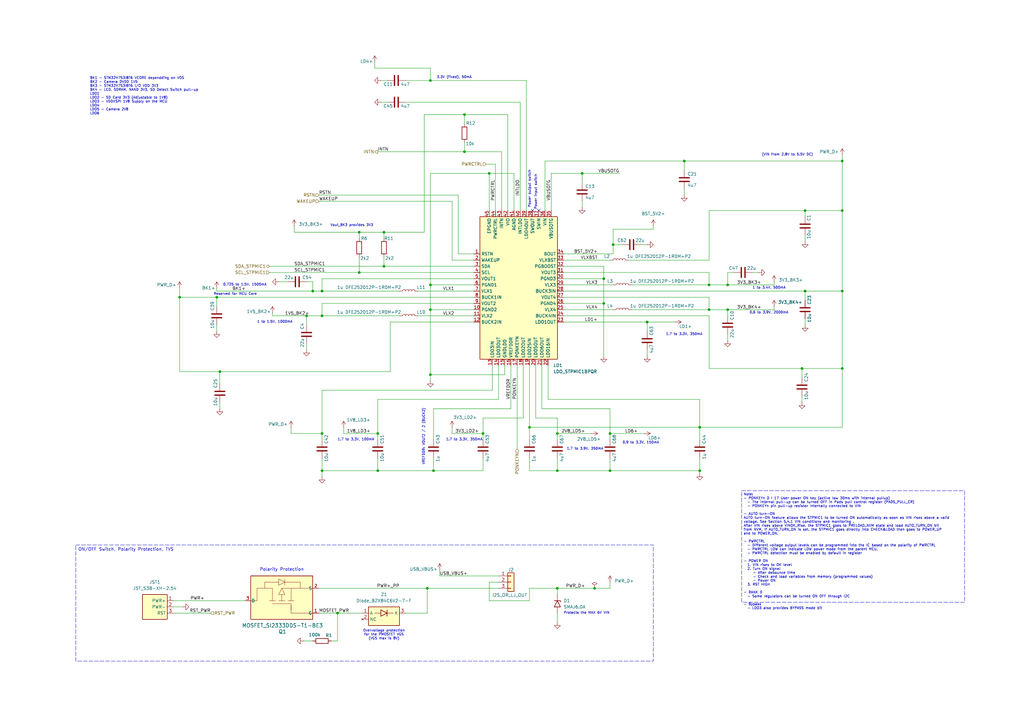
<source format=kicad_sch>
(kicad_sch (version 20231120) (generator "eeschema") (generator_version "8.0")
  (paper "A3")
  (lib_symbols
    (symbol "Connector_Generic:Conn_01x03" (pin_names (offset 1.016) hide)
      (property "Reference" "J" (at 0 5.08 0))
      (property "Value" "Conn_01x03" (at 0 -5.08 0))
      (symbol "Conn_01x03_1_1"
        (pin passive line (at -5.08 2.54 0) (length 3.81) (name "Pin_1") (number "1"))
        (pin passive line (at -5.08 0 0) (length 3.81) (name "Pin_2") (number "2"))
        (pin passive line (at -5.08 -2.54 0) (length 3.81) (name "Pin_3") (number "3"))
      )
    )
    (symbol "Device:C" (pin_numbers hide) (pin_names (offset 0.254))
      (property "Reference" "C" (at 0.635 2.54 0))
      (property "Value" "C" (at 0.635 -2.54 0))
      (symbol "C_1_1"
        (pin passive line (at 0 3.81 270) (length 2.794) (name "~") (number "1"))
        (pin passive line (at 0 -3.81 90) (length 2.794) (name "~") (number "2"))
      )
    )
    (symbol "Device:L" (pin_numbers hide) (pin_names (offset 1.016) hide)
      (property "Reference" "L" (at -1.27 0 90))
      (property "Value" "L" (at 1.905 0 90))
      (symbol "L_1_1"
        (pin passive line (at 0 3.81 270) (length 1.27) (name "1") (number "1"))
        (pin passive line (at 0 -3.81 90) (length 1.27) (name "2") (number "2"))
      )
    )
    (symbol "Device:R" (pin_numbers hide) (pin_names (offset 0))
      (property "Reference" "R" (at 2.032 0 90))
      (property "Value" "R" (at 0 0 90))
      (symbol "R_1_1"
        (pin passive line (at 0 3.81 270) (length 1.27) (name "~") (number "1"))
        (pin passive line (at 0 -3.81 90) (length 1.27) (name "~") (number "2"))
      )
    )
    (symbol "Personal_Projects:DIODE_SMAJ6.0A" (pin_numbers hide) (pin_names (offset 1.016) hide)
      (property "Reference" "D" (at 3.81 5.08 0))
      (property "Value" "SMAJ6.0A" (at 7.62 2.54 0))
      (symbol "DIODE_SMAJ6.0A_1_1"
        (pin passive line (at -3.81 0 0) (length 2.54) (name "K") (number "1"))
        (pin passive line (at 3.81 0 180) (length 2.54) (name "A") (number "2"))
      )
    )
    (symbol "Personal_Projects:Diode_BZX84C6V2-7-F"
      (property "Reference" "Z" (at 7.366 7.62 0))
      (property "Value" "Diode_BZX84C6V2-7-F" (at 0.508 5.08 0))
      (symbol "Diode_BZX84C6V2-7-F_1_1"
        (pin passive line (at 0 0 0) (length 2.54) (name "A") (number "1"))
        (pin no_connect line (at 0 -2.54 0) (length 2.54) (name "NC") (number "2"))
        (pin passive line (at 17.78 0 180) (length 2.54) (name "K") (number "3"))
      )
    )
    (symbol "Personal_Projects:JST_S3B-XH-A-1_LF_SN"
      (property "Reference" "JST" (at 12.7 7.62 0))
      (property "Value" "JST_S3B-XH-A-1_LF_SN" (at 12.7 5.08 0))
      (symbol "JST_S3B-XH-A-1_LF_SN_1_1"
        (pin passive line (at 0 0 0) (length 2.54) (name "PWR+") (number "1"))
        (pin passive line (at 0 -2.54 0) (length 2.54) (name "PWR-") (number "2"))
        (pin passive line (at 0 -5.08 0) (length 2.54) (name "RST") (number "3"))
      )
    )
    (symbol "Personal_Projects:LDO_STPMIC1BPQR"
      (property "Reference" "LD" (at 34.29 20.32 0))
      (property "Value" "LDO_STPMIC1BPQR" (at 34.29 17.78 0))
      (symbol "LDO_STPMIC1BPQR_1_1"
        (pin passive line (at 0 0 0) (length 2.54) (name "RSTN") (number "1"))
        (pin passive line (at 0 -22.86 0) (length 2.54) (name "PGND2") (number "10"))
        (pin power_out line (at 0 -25.4 0) (length 2.54) (name "VLX2") (number "11"))
        (pin power_in line (at 0 -27.94 0) (length 2.54) (name "BUCK2IN") (number "12"))
        (pin power_in line (at 7.62 -45.72 90) (length 2.54) (name "LDO3IN") (number "13"))
        (pin power_out line (at 10.16 -45.72 90) (length 2.54) (name "LDO3OUT") (number "14"))
        (pin passive line (at 12.7 -45.72 90) (length 2.54) (name "GNDLDO") (number "15"))
        (pin power_out line (at 15.24 -45.72 90) (length 2.54) (name "VREFDDR") (number "16"))
        (pin passive line (at 17.78 -45.72 90) (length 2.54) (name "PONKEYN") (number "17"))
        (pin power_out line (at 20.32 -45.72 90) (length 2.54) (name "LDO2OUT") (number "18"))
        (pin power_in line (at 22.86 -45.72 90) (length 2.54) (name "LDO25IN") (number "19"))
        (pin passive line (at 0 -2.54 0) (length 2.54) (name "WAKEUP") (number "2"))
        (pin power_out line (at 25.4 -45.72 90) (length 2.54) (name "LDO5OUT") (number "20"))
        (pin power_out line (at 27.94 -45.72 90) (length 2.54) (name "LDO6OUT") (number "21"))
        (pin power_in line (at 30.48 -45.72 90) (length 2.54) (name "LDO16IN") (number "22"))
        (pin power_out line (at 36.83 -27.94 180) (length 2.54) (name "LDO1OUT") (number "23"))
        (pin power_in line (at 36.83 -25.4 180) (length 2.54) (name "BUCK4IN") (number "24"))
        (pin power_out line (at 36.83 -22.86 180) (length 2.54) (name "VLX4") (number "25"))
        (pin passive line (at 36.83 -20.32 180) (length 2.54) (name "PGND4") (number "26"))
        (pin power_out line (at 36.83 -17.78 180) (length 2.54) (name "VOUT4") (number "27"))
        (pin power_in line (at 36.83 -15.24 180) (length 2.54) (name "BUCK3IN") (number "28"))
        (pin power_out line (at 36.83 -12.7 180) (length 2.54) (name "VLX3") (number "29"))
        (pin passive line (at 0 -5.08 0) (length 2.54) (name "SDA") (number "3"))
        (pin passive line (at 36.83 -10.16 180) (length 2.54) (name "PGND3") (number "30"))
        (pin power_out line (at 36.83 -7.62 180) (length 2.54) (name "VOUT3") (number "31"))
        (pin passive line (at 36.83 -5.08 180) (length 2.54) (name "PGBOOST") (number "32"))
        (pin passive line (at 36.83 -2.54 180) (length 2.54) (name "VLXBST") (number "33"))
        (pin power_out line (at 36.83 0 180) (length 2.54) (name "BOUT") (number "34"))
        (pin passive line (at 31.75 17.78 270) (length 2.54) (name "VBUSOTG") (number "35"))
        (pin power_in line (at 29.21 17.78 270) (length 2.54) (name "VIN") (number "36"))
        (pin passive line (at 26.67 17.78 270) (length 2.54) (name "SWIN") (number "37"))
        (pin passive line (at 24.13 17.78 270) (length 2.54) (name "SWOUT") (number "38"))
        (pin power_out line (at 21.59 17.78 270) (length 2.54) (name "LDO4OUT") (number "39"))
        (pin passive line (at 0 -7.62 0) (length 2.54) (name "SCL") (number "4"))
        (pin passive line (at 19.05 17.78 270) (length 2.54) (name "INTLDO") (number "40"))
        (pin passive line (at 16.51 17.78 270) (length 2.54) (name "AGND") (number "41"))
        (pin power_in line (at 13.97 17.78 270) (length 2.54) (name "VIO") (number "42"))
        (pin passive line (at 11.43 17.78 270) (length 2.54) (name "INTN") (number "43"))
        (pin passive line (at 8.89 17.78 270) (length 2.54) (name "PWRCTRL") (number "44"))
        (pin passive line (at 6.35 17.78 270) (length 2.54) (name "EPGND") (number "45"))
        (pin power_out line (at 0 -10.16 0) (length 2.54) (name "VOUT1") (number "5"))
        (pin passive line (at 0 -12.7 0) (length 2.54) (name "PGND1") (number "6"))
        (pin power_out line (at 0 -15.24 0) (length 2.54) (name "VLX1") (number "7"))
        (pin power_in line (at 0 -17.78 0) (length 2.54) (name "BUCK1IN") (number "8"))
        (pin power_out line (at 0 -20.32 0) (length 2.54) (name "VOUT2") (number "9"))
      )
    )
    (symbol "Personal_Projects:MOSFET_SI2333DDS-T1-BE3" (pin_names (offset 0.254))
      (property "Reference" "Q" (at 15.24 7.62 0))
      (property "Value" "MOSFET_SI2333DDS-T1-BE3" (at 15.24 5.08 0))
      (symbol "MOSFET_SI2333DDS-T1-BE3_0_1"
        (pin passive line (at 0 0 0) (length 2.54) (name "G") (number "1"))
        (pin passive line (at 0 -10.16 0) (length 2.54) (name "S") (number "2"))
        (pin passive line (at 30.48 -5.08 180) (length 2.54) (name "D") (number "3"))
      )
    )
    (symbol "power:+3.3V" (power) (pin_numbers hide) (pin_names (offset 0) hide)
      (property "Value" "+3.3V" (at 0 3.556 0))
      (symbol "+3.3V_1_1"
        (pin power_in line (at 0 0 90) (length 0) (name "~") (number "1"))
      )
    )
    (symbol "power:GND" (power) (pin_numbers hide) (pin_names (offset 0) hide)
      (property "Value" "GND" (at 0 -3.81 0))
      (symbol "GND_1_1"
        (pin power_in line (at 0 0 270) (length 0) (name "~") (number "1"))
      )
    )
    (symbol "power:PWR_FLAG" (power) (pin_numbers hide) (pin_names (offset 0) hide)
      (property "Value" "PWR_FLAG" (at 0 3.81 0))
      (symbol "PWR_FLAG_0_0"
        (pin power_out line (at 0 0 90) (length 0) (name "~") (number "1"))
      )
    )
  )
  (junction (at 287.02 175.26))
  (junction (at 290.83 116.84))
  (junction (at 128.27 119.38))
  (junction (at 154.94 177.8))
  (junction (at 190.5 62.23))
  (junction (at 132.08 119.38))
  (junction (at 157.48 109.22))
  (junction (at 287.02 193.04))
  (junction (at 250.19 177.8))
  (junction (at 243.84 241.3))
  (junction (at 345.44 119.38))
  (junction (at 228.6 241.3))
  (junction (at 298.45 127))
  (junction (at 250.19 193.04))
  (junction (at 132.08 129.54))
  (junction (at 138.43 251.46))
  (junction (at 90.17 152.4))
  (junction (at 228.6 193.04))
  (junction (at 330.2 119.38))
  (junction (at 345.44 86.36))
  (junction (at 73.66 121.92))
  (junction (at 251.46 100.33))
  (junction (at 125.73 129.54))
  (junction (at 217.17 175.26))
  (junction (at 238.76 71.12))
  (junction (at 88.9 121.92))
  (junction (at 247.65 114.3))
  (junction (at 198.12 177.8))
  (junction (at 290.83 127))
  (junction (at 147.32 95.25))
  (junction (at 298.45 116.84))
  (junction (at 176.53 127))
  (junction (at 176.53 116.84))
  (junction (at 265.43 132.08))
  (junction (at 345.44 66.04))
  (junction (at 176.53 33.02))
  (junction (at 132.08 193.04))
  (junction (at 330.2 86.36))
  (junction (at 328.93 151.13))
  (junction (at 280.67 66.04))
  (junction (at 200.66 71.12))
  (junction (at 176.53 153.67))
  (junction (at 247.65 124.46))
  (junction (at 190.5 46.99))
  (junction (at 147.32 111.76))
  (junction (at 157.48 95.25))
  (junction (at 175.26 241.3))
  (junction (at 132.08 177.8))
  (junction (at 177.8 193.04))
  (junction (at 154.94 193.04))
  (junction (at 345.44 151.13))
  (junction (at 228.6 177.8))
  (no_connect (at 218.44 86.36))
  (no_connect (at 220.98 86.36))
  (wire (pts (xy 255.27 100.33) (xy 251.46 100.33)))
  (wire (pts (xy 187.96 80.01) (xy 187.96 104.14)))
  (wire (pts (xy 231.14 127) (xy 251.46 127)))
  (wire (pts (xy 185.42 175.26) (xy 185.42 177.8)))
  (wire (pts (xy 228.6 187.96) (xy 228.6 193.04)))
  (wire (pts (xy 290.83 151.13) (xy 290.83 129.54)))
  (wire (pts (xy 147.32 111.76) (xy 194.31 111.76)))
  (wire (pts (xy 204.47 236.22) (xy 180.34 236.22)))
  (wire (pts (xy 207.01 149.86) (xy 207.01 153.67)))
  (wire (pts (xy 265.43 143.51) (xy 265.43 146.05)))
  (wire (pts (xy 330.2 86.36) (xy 345.44 86.36)))
  (wire (pts (xy 198.12 171.45) (xy 198.12 177.8)))
  (wire (pts (xy 250.19 177.8) (xy 250.19 180.34)))
  (wire (pts (xy 157.48 95.25) (xy 173.99 95.25)))
  (wire (pts (xy 265.43 132.08) (xy 276.86 132.08)))
  (wire (pts (xy 73.66 152.4) (xy 90.17 152.4)))
  (wire (pts (xy 228.6 241.3) (xy 228.6 243.84)))
  (wire (pts (xy 298.45 111.76) (xy 298.45 116.84)))
  (wire (pts (xy 88.9 133.35) (xy 88.9 135.89)))
  (wire (pts (xy 187.96 104.14) (xy 194.31 104.14)))
  (wire (pts (xy 298.45 127) (xy 317.5 127)))
  (wire (pts (xy 330.2 86.36) (xy 330.2 88.9)))
  (wire (pts (xy 290.83 151.13) (xy 328.93 151.13)))
  (wire (pts (xy 238.76 82.55) (xy 238.76 85.09)))
  (wire (pts (xy 88.9 118.11) (xy 88.9 119.38)))
  (wire (pts (xy 231.14 121.92) (xy 290.83 121.92)))
  (wire (pts (xy 345.44 66.04) (xy 345.44 63.5)))
  (wire (pts (xy 119.38 175.26) (xy 119.38 177.8)))
  (wire (pts (xy 200.66 246.38) (xy 217.17 246.38)))
  (wire (pts (xy 166.37 33.02) (xy 176.53 33.02)))
  (wire (pts (xy 231.14 116.84) (xy 251.46 116.84)))
  (wire (pts (xy 88.9 121.92) (xy 194.31 121.92)))
  (wire (pts (xy 190.5 58.42) (xy 190.5 62.23)))
  (wire (pts (xy 125.73 133.35) (xy 125.73 129.54)))
  (wire (pts (xy 71.12 251.46) (xy 86.36 251.46)))
  (wire (pts (xy 217.17 175.26) (xy 217.17 180.34)))
  (wire (pts (xy 204.47 238.76) (xy 200.66 238.76)))
  (wire (pts (xy 213.36 41.91) (xy 213.36 86.36)))
  (wire (pts (xy 132.08 193.04) (xy 132.08 195.58)))
  (wire (pts (xy 119.38 177.8) (xy 132.08 177.8)))
  (wire (pts (xy 153.67 25.4) (xy 153.67 27.94)))
  (wire (pts (xy 217.17 175.26) (xy 287.02 175.26)))
  (wire (pts (xy 330.2 96.52) (xy 330.2 99.06)))
  (wire (pts (xy 175.26 241.3) (xy 204.47 241.3)))
  (wire (pts (xy 345.44 175.26) (xy 345.44 151.13)))
  (wire (pts (xy 262.89 100.33) (xy 265.43 100.33)))
  (wire (pts (xy 231.14 111.76) (xy 290.83 111.76)))
  (wire (pts (xy 166.37 251.46) (xy 175.26 251.46)))
  (wire (pts (xy 120.65 92.71) (xy 120.65 95.25)))
  (wire (pts (xy 228.6 177.8) (xy 228.6 180.34)))
  (wire (pts (xy 250.19 177.8) (xy 264.16 177.8)))
  (wire (pts (xy 176.53 116.84) (xy 194.31 116.84)))
  (wire (pts (xy 228.6 251.46) (xy 228.6 255.27)))
  (wire (pts (xy 290.83 86.36) (xy 330.2 86.36)))
  (wire (pts (xy 132.08 114.3) (xy 132.08 119.38)))
  (wire (pts (xy 198.12 187.96) (xy 198.12 193.04)))
  (wire (pts (xy 231.14 106.68) (xy 250.19 106.68)))
  (wire (pts (xy 185.42 82.55) (xy 185.42 106.68)))
  (wire (pts (xy 176.53 127) (xy 194.31 127)))
  (wire (pts (xy 205.74 62.23) (xy 205.74 86.36)))
  (wire (pts (xy 163.83 129.54) (xy 132.08 129.54)))
  (wire (pts (xy 190.5 46.99) (xy 190.5 50.8)))
  (wire (pts (xy 73.66 118.11) (xy 73.66 121.92)))
  (wire (pts (xy 132.08 124.46) (xy 132.08 129.54)))
  (wire (pts (xy 114.3 115.57) (xy 118.11 115.57)))
  (wire (pts (xy 190.5 46.99) (xy 173.99 46.99)))
  (wire (pts (xy 290.83 121.92) (xy 290.83 127)))
  (wire (pts (xy 125.73 115.57) (xy 128.27 115.57)))
  (wire (pts (xy 298.45 129.54) (xy 298.45 127)))
  (wire (pts (xy 203.2 67.31) (xy 199.39 67.31)))
  (wire (pts (xy 222.25 167.64) (xy 250.19 167.64)))
  (wire (pts (xy 300.99 111.76) (xy 298.45 111.76)))
  (wire (pts (xy 217.17 187.96) (xy 217.17 193.04)))
  (wire (pts (xy 158.75 41.91) (xy 156.21 41.91)))
  (wire (pts (xy 298.45 116.84) (xy 317.5 116.84)))
  (wire (pts (xy 219.71 171.45) (xy 228.6 171.45)))
  (wire (pts (xy 228.6 171.45) (xy 228.6 177.8)))
  (wire (pts (xy 157.48 109.22) (xy 194.31 109.22)))
  (wire (pts (xy 210.82 71.12) (xy 210.82 86.36)))
  (wire (pts (xy 345.44 86.36) (xy 345.44 66.04)))
  (wire (pts (xy 250.19 187.96) (xy 250.19 193.04)))
  (wire (pts (xy 204.47 149.86) (xy 204.47 163.83)))
  (wire (pts (xy 287.02 193.04) (xy 287.02 194.31)))
  (wire (pts (xy 171.45 129.54) (xy 194.31 129.54)))
  (wire (pts (xy 128.27 262.89) (xy 124.46 262.89)))
  (wire (pts (xy 125.73 129.54) (xy 132.08 129.54)))
  (wire (pts (xy 110.49 109.22) (xy 157.48 109.22)))
  (wire (pts (xy 130.81 251.46) (xy 138.43 251.46)))
  (wire (pts (xy 198.12 177.8) (xy 198.12 180.34)))
  (wire (pts (xy 330.2 119.38) (xy 345.44 119.38)))
  (wire (pts (xy 231.14 132.08) (xy 265.43 132.08)))
  (wire (pts (xy 217.17 149.86) (xy 217.17 175.26)))
  (wire (pts (xy 251.46 100.33) (xy 251.46 104.14)))
  (wire (pts (xy 280.67 66.04) (xy 345.44 66.04)))
  (wire (pts (xy 250.19 238.76) (xy 250.19 241.3)))
  (wire (pts (xy 210.82 71.12) (xy 200.66 71.12)))
  (wire (pts (xy 90.17 152.4) (xy 90.17 157.48)))
  (wire (pts (xy 147.32 95.25) (xy 147.32 97.79)))
  (wire (pts (xy 158.75 33.02) (xy 156.21 33.02)))
  (wire (pts (xy 173.99 46.99) (xy 173.99 95.25)))
  (wire (pts (xy 90.17 152.4) (xy 160.02 152.4)))
  (wire (pts (xy 328.93 151.13) (xy 345.44 151.13)))
  (wire (pts (xy 132.08 187.96) (xy 132.08 193.04)))
  (wire (pts (xy 120.65 95.25) (xy 147.32 95.25)))
  (wire (pts (xy 147.32 105.41) (xy 147.32 111.76)))
  (wire (pts (xy 267.97 92.71) (xy 267.97 93.98)))
  (wire (pts (xy 251.46 93.98) (xy 267.97 93.98)))
  (wire (pts (xy 290.83 116.84) (xy 298.45 116.84)))
  (wire (pts (xy 138.43 251.46) (xy 138.43 262.89)))
  (wire (pts (xy 231.14 129.54) (xy 290.83 129.54)))
  (wire (pts (xy 176.53 71.12) (xy 176.53 116.84)))
  (wire (pts (xy 209.55 167.64) (xy 209.55 149.86)))
  (wire (pts (xy 238.76 74.93) (xy 238.76 71.12)))
  (wire (pts (xy 280.67 77.47) (xy 280.67 80.01)))
  (wire (pts (xy 71.12 246.38) (xy 100.33 246.38)))
  (wire (pts (xy 212.09 149.86) (xy 212.09 184.15)))
  (wire (pts (xy 140.97 175.26) (xy 140.97 177.8)))
  (wire (pts (xy 132.08 160.02) (xy 132.08 177.8)))
  (wire (pts (xy 198.12 193.04) (xy 177.8 193.04)))
  (wire (pts (xy 176.53 27.94) (xy 176.53 33.02)))
  (wire (pts (xy 257.81 106.68) (xy 290.83 106.68)))
  (wire (pts (xy 247.65 114.3) (xy 247.65 124.46)))
  (wire (pts (xy 132.08 160.02) (xy 201.93 160.02)))
  (wire (pts (xy 147.32 95.25) (xy 157.48 95.25)))
  (wire (pts (xy 73.66 121.92) (xy 88.9 121.92)))
  (wire (pts (xy 215.9 33.02) (xy 215.9 86.36)))
  (wire (pts (xy 125.73 143.51) (xy 125.73 140.97)))
  (wire (pts (xy 298.45 137.16) (xy 298.45 139.7)))
  (wire (pts (xy 208.28 46.99) (xy 208.28 86.36)))
  (wire (pts (xy 128.27 115.57) (xy 128.27 119.38)))
  (wire (pts (xy 219.71 149.86) (xy 219.71 171.45)))
  (wire (pts (xy 231.14 109.22) (xy 247.65 109.22)))
  (wire (pts (xy 200.66 71.12) (xy 176.53 71.12)))
  (wire (pts (xy 153.67 27.94) (xy 176.53 27.94)))
  (wire (pts (xy 317.5 127) (xy 317.5 125.73)))
  (wire (pts (xy 287.02 175.26) (xy 287.02 180.34)))
  (wire (pts (xy 228.6 241.3) (xy 243.84 241.3)))
  (wire (pts (xy 90.17 165.1) (xy 90.17 167.64)))
  (wire (pts (xy 290.83 127) (xy 298.45 127)))
  (wire (pts (xy 247.65 109.22) (xy 247.65 114.3)))
  (wire (pts (xy 154.94 163.83) (xy 154.94 177.8)))
  (wire (pts (xy 171.45 119.38) (xy 194.31 119.38)))
  (wire (pts (xy 160.02 132.08) (xy 194.31 132.08)))
  (wire (pts (xy 217.17 193.04) (xy 228.6 193.04)))
  (wire (pts (xy 176.53 33.02) (xy 215.9 33.02)))
  (wire (pts (xy 223.52 66.04) (xy 280.67 66.04)))
  (wire (pts (xy 132.08 114.3) (xy 194.31 114.3)))
  (wire (pts (xy 317.5 116.84) (xy 317.5 115.57)))
  (wire (pts (xy 157.48 105.41) (xy 157.48 109.22)))
  (wire (pts (xy 176.53 127) (xy 176.53 153.67)))
  (wire (pts (xy 177.8 167.64) (xy 177.8 180.34)))
  (wire (pts (xy 250.19 193.04) (xy 287.02 193.04)))
  (wire (pts (xy 175.26 241.3) (xy 175.26 251.46)))
  (wire (pts (xy 345.44 119.38) (xy 345.44 151.13)))
  (wire (pts (xy 166.37 41.91) (xy 213.36 41.91)))
  (wire (pts (xy 111.76 128.27) (xy 111.76 129.54)))
  (wire (pts (xy 259.08 127) (xy 290.83 127)))
  (wire (pts (xy 154.94 193.04) (xy 132.08 193.04)))
  (wire (pts (xy 207.01 153.67) (xy 176.53 153.67)))
  (wire (pts (xy 328.93 151.13) (xy 328.93 154.94)))
  (wire (pts (xy 228.6 193.04) (xy 250.19 193.04)))
  (wire (pts (xy 154.94 62.23) (xy 190.5 62.23)))
  (wire (pts (xy 138.43 251.46) (xy 148.59 251.46)))
  (wire (pts (xy 238.76 71.12) (xy 254 71.12)))
  (wire (pts (xy 74.93 248.92) (xy 71.12 248.92)))
  (wire (pts (xy 217.17 246.38) (xy 217.17 241.3)))
  (wire (pts (xy 224.79 163.83) (xy 287.02 163.83)))
  (wire (pts (xy 222.25 149.86) (xy 222.25 167.64)))
  (wire (pts (xy 214.63 171.45) (xy 198.12 171.45)))
  (wire (pts (xy 250.19 167.64) (xy 250.19 177.8)))
  (wire (pts (xy 130.81 241.3) (xy 175.26 241.3)))
  (wire (pts (xy 290.83 111.76) (xy 290.83 116.84)))
  (wire (pts (xy 330.2 130.81) (xy 330.2 133.35)))
  (wire (pts (xy 345.44 86.36) (xy 345.44 119.38)))
  (wire (pts (xy 203.2 67.31) (xy 203.2 86.36)))
  (wire (pts (xy 265.43 132.08) (xy 265.43 135.89)))
  (wire (pts (xy 290.83 86.36) (xy 290.83 106.68)))
  (wire (pts (xy 177.8 193.04) (xy 154.94 193.04)))
  (wire (pts (xy 214.63 149.86) (xy 214.63 171.45)))
  (wire (pts (xy 224.79 149.86) (xy 224.79 163.83)))
  (wire (pts (xy 287.02 163.83) (xy 287.02 175.26)))
  (wire (pts (xy 228.6 177.8) (xy 242.57 177.8)))
  (wire (pts (xy 154.94 177.8) (xy 154.94 180.34)))
  (wire (pts (xy 177.8 167.64) (xy 209.55 167.64)))
  (wire (pts (xy 287.02 187.96) (xy 287.02 193.04)))
  (wire (pts (xy 185.42 177.8) (xy 198.12 177.8)))
  (wire (pts (xy 88.9 121.92) (xy 88.9 125.73)))
  (wire (pts (xy 280.67 66.04) (xy 280.67 69.85)))
  (wire (pts (xy 111.76 129.54) (xy 125.73 129.54)))
  (wire (pts (xy 201.93 160.02) (xy 201.93 149.86)))
  (wire (pts (xy 287.02 175.26) (xy 345.44 175.26)))
  (wire (pts (xy 176.53 153.67) (xy 176.53 156.21)))
  (wire (pts (xy 200.66 238.76) (xy 200.66 246.38)))
  (wire (pts (xy 132.08 124.46) (xy 194.31 124.46)))
  (wire (pts (xy 308.61 111.76) (xy 311.15 111.76)))
  (wire (pts (xy 330.2 119.38) (xy 330.2 123.19)))
  (wire (pts (xy 163.83 119.38) (xy 132.08 119.38)))
  (wire (pts (xy 130.81 82.55) (xy 185.42 82.55)))
  (wire (pts (xy 208.28 46.99) (xy 190.5 46.99)))
  (wire (pts (xy 154.94 187.96) (xy 154.94 193.04)))
  (wire (pts (xy 140.97 177.8) (xy 154.94 177.8)))
  (wire (pts (xy 200.66 71.12) (xy 200.66 86.36)))
  (wire (pts (xy 231.14 124.46) (xy 247.65 124.46)))
  (wire (pts (xy 243.84 241.3) (xy 250.19 241.3)))
  (wire (pts (xy 226.06 71.12) (xy 226.06 86.36)))
  (wire (pts (xy 231.14 104.14) (xy 251.46 104.14)))
  (wire (pts (xy 231.14 119.38) (xy 330.2 119.38)))
  (wire (pts (xy 160.02 152.4) (xy 160.02 132.08)))
  (wire (pts (xy 88.9 119.38) (xy 128.27 119.38)))
  (wire (pts (xy 231.14 114.3) (xy 247.65 114.3)))
  (wire (pts (xy 251.46 100.33) (xy 251.46 93.98)))
  (wire (pts (xy 177.8 187.96) (xy 177.8 193.04)))
  (wire (pts (xy 110.49 111.76) (xy 147.32 111.76)))
  (wire (pts (xy 259.08 116.84) (xy 290.83 116.84)))
  (wire (pts (xy 180.34 233.68) (xy 180.34 236.22)))
  (wire (pts (xy 247.65 124.46) (xy 247.65 146.05)))
  (wire (pts (xy 328.93 162.56) (xy 328.93 165.1)))
  (wire (pts (xy 190.5 62.23) (xy 205.74 62.23)))
  (wire (pts (xy 238.76 71.12) (xy 226.06 71.12)))
  (wire (pts (xy 185.42 106.68) (xy 194.31 106.68)))
  (wire (pts (xy 204.47 163.83) (xy 154.94 163.83)))
  (wire (pts (xy 176.53 116.84) (xy 176.53 127)))
  (wire (pts (xy 135.89 262.89) (xy 138.43 262.89)))
  (wire (pts (xy 130.81 80.01) (xy 187.96 80.01)))
  (wire (pts (xy 73.66 121.92) (xy 73.66 152.4)))
  (wire (pts (xy 223.52 66.04) (xy 223.52 86.36)))
  (wire (pts (xy 157.48 95.25) (xy 157.48 97.79)))
  (wire (pts (xy 132.08 177.8) (xy 132.08 180.34)))
  (wire (pts (xy 217.17 241.3) (xy 228.6 241.3)))
  (wire (pts (xy 128.27 119.38) (xy 132.08 119.38)))
  (text_box "ON/OFF Switch, Polarity Protection, TVS" (at 31.115 223.52 0) (size 236.855 47.625) (stroke (width 0) (type dash)) (effects (font (size 1.27 1.27)) (justify left top)))
  (text_box "Note:\n- PONKEYn D I 17 User power ON key (active low 30ms with internal pullup)\n  - The internal pull-up can be turned OFF in Pads pull control register (PADS_PULL_CR)\n  - PONKEYn pin pull-up resistor Internally connected to VIN\n\n- AUTO turn-ON\nAUTO turn-ON feature allows the STPMIC1 to be turned ON automatically as soon as VIN rises above a valid\nvoltage. See Section 5.4.1 VIN conditions and monitoring .\nAfter VIN rises above VINOK_Rise, the STPMIC1 goes to PRELOAD_NVM state and load AUTO_TURN_ON bit\nfrom NVM. If AUTO_TURN_ON is set, the STPMIC1 goes directly into CHECK&LOAD then goes to POWER_UP\nand to POWER_ON.\n\n- PWRCTRL\n  - Different voltage output levels can be programmed into the IC based on the polarity of PWRCTRL\n  - PWRCTRL LOW can indicate LOW power mode from the parent MCU.\n  - PWRCTRL detection must be enabled by default in register\n\n- POWER ON\n  1. VIN rises to OK level\n  2. Turn ON signal\n     - After debounce time\n     - Check and load variables from memory (programmed values)\n     - Power ON\n  3. RST HIGH\n\n- RANK 0\n  - Some regulators can be turned ON OFF through I2C\n\n- Bypass\n  - LDO3 also provides BYPASS mode bit" (at 304.165 201.295 0) (size 91.44 45.72) (stroke (width 0) (type dash)) (effects (font (size 1 1)) (justify left top)))
  (text "Power output switch" (at 217.17 77.47 90) (effects (font (size 1 1))))
  (text "Overvoltage protection\nfor the PMOSFET VGS\n(VGS max is 8V)" (at 157.48 260.35 0) (effects (font (size 1 1))))
  (text "Power input switch" (at 219.71 78.74 90) (effects (font (size 1 1))))
  (text "1.7 to 3.3V, 350mA" (at 182.88 180.34 0) (effects (font (size 1 1)) (justify left)))
  (text "Vout_BK3 provides 3V3" (at 144.272 92.456 0) (effects (font (size 1 1))))
  (text "Reserved for MCU Core" (at 96.52 120.65 0) (effects (font (size 1 1))))
  (text "1.7 to 3.9V, 350mA" (at 232.41 184.15 0) (effects (font (size 1 1)) (justify left)))
  (text "(VIN from 2.8V to 5.5V DC)" (at 312.42 63.5 0) (effects (font (size 1 1)) (justify left)))
  (text "1 to 3.4V, 500mA" (at 308.61 118.11 0) (effects (font (size 1 1)) (justify left)))
  (text "Protects the MAX 6V VIN" (at 231.14 251.46 0) (effects (font (size 1 1)) (justify left)))
  (text "1.7 to 3.3V, 100mA" (at 138.43 180.34 0) (effects (font (size 1 1)) (justify left)))
  (text "1.7 to 3.3V, 350mA" (at 273.05 137.16 0) (effects (font (size 1 1)) (justify left)))
  (text "1 to 1.5V, 1000mA" (at 105.41 132.08 0) (effects (font (size 1 1)) (justify left)))
  (text "0.6 to 3.9V, 2000mA" (at 307.34 128.27 0) (effects (font (size 1 1)) (justify left)))
  (text "0.725 to 1.5V, 1500mA" (at 91.44 116.84 0) (effects (font (size 1 1)) (justify left)))
  (text "VREFDDR: VOUT2 / 2 (BUCK2)" (at 173.736 190.754 90) (effects (font (size 1 1)) (justify left)))
  (text "3.3V (fixed), 50mA" (at 179.07 31.75 0) (effects (font (size 1 1)) (justify left)))
  (text "BK1 - STM32H7S3I8T6 VCORE dependding on VOS\nBK2 - Camera DVDD 1V5\nBK3 - STM32H7S3I8T6 I/O VDD 3V3\nBK4 - LCD, SDRAM, NAND 3V3, SD Detect Switch pull-up\nLDO1\nLDO2 - SD Card 3V3 (Adjustable to 1V8)\nLDO3 - VDDXSPI 1V8 Supply on the MCU\nLDO4\nLDO5 - Camera 2V8\nLDO6" (at 36.83 39.37 0) (effects (font (size 1 1)) (justify left)))
  (text "Polarity Protection" (at 115.57 233.68 0) (effects (font (size 1.27 1.27))))
  (text "0.9 to 3.3V, 150mA" (at 255.27 181.61 0) (effects (font (size 1 1)) (justify left)))
  (label "PWR_D+" (at 240.03 241.3 180))
  (label "3V3_BK4+" (at 302.26 127 0))
  (label "BK1+" (at 95.25 119.38 0))
  (label "VBUSOTG" (at 254 71.12 180))
  (label "2V8_LD5+" (at 240.03 177.8 180))
  (label "VLX1" (at 181.61 119.38 0))
  (label "1V8_LD3+" (at 142.24 177.8 0))
  (label "BST_5V2+" (at 245.11 104.14 180))
  (label "PWRCTRL" (at 203.2 73.66 270))
  (label "LD1+" (at 245.11 132.08 180))
  (label "INTN" (at 154.94 62.23 0))
  (label "3V3_BK3+" (at 302.26 116.84 0))
  (label "VBUSOTG" (at 226.06 73.66 270))
  (label "MOSFET_PWR" (at 130.81 251.46 0))
  (label "VLX4" (at 245.11 127 180))
  (label "SDA_STPMIC1" (at 120.65 109.22 0))
  (label "LD6+" (at 261.62 177.8 180))
  (label "PONKEYN" (at 212.09 163.83 90))
  (label "PWR+_PP" (at 163.83 241.3 180))
  (label "USB_VBUS+" (at 180.34 236.22 0))
  (label "VREFDDR" (at 209.55 163.83 90))
  (label "VLX2" (at 181.61 129.54 0))
  (label "3V3_LD2+" (at 186.69 177.8 0))
  (label "PWR+" (at 83.82 246.38 180))
  (label "1V5_BK2+" (at 116.84 129.54 0))
  (label "SCL_STPMIC1" (at 120.65 111.76 0))
  (label "RST_PWR" (at 86.36 251.46 180))
  (label "VLXBST" (at 245.11 106.68 180))
  (label "INTLDO" (at 213.36 73.66 270))
  (label "VLX3" (at 245.11 116.84 180))
  (label "WAKEUP" (at 130.81 82.55 0))
  (label "RSTN" (at 130.81 80.01 0))
  (hierarchical_label "SCL_STPMIC1" (shape input) (at 110.49 111.76 180))
  (hierarchical_label "RST_PWR" (shape input) (at 86.36 251.46 0))
  (hierarchical_label "WAKEUP" (shape input) (at 130.81 82.55 180))
  (hierarchical_label "PWRCTRL" (shape input) (at 199.39 67.31 180))
  (hierarchical_label "SDA_STPMIC1" (shape bidirectional) (at 110.49 109.22 180))
  (hierarchical_label "PONKEYN" (shape input) (at 212.09 184.15 270))
  (hierarchical_label "RSTN" (shape input) (at 130.81 80.01 180))
  (hierarchical_label "INTN" (shape output) (at 154.94 62.23 180))
  (symbol (lib_id "Device:C") (at 280.67 73.66 0) (unit 1)
    (property "Reference" "C21" (at 281.94 71.374 0) (effects (justify left)))
    (property "Value" "4u7" (at 281.94 75.946 0) (effects (justify left)))
    (property "Footprint" "Capacitor_SMD:C_0805_2012Metric" (effects (hide yes)))
    (property "Description" "Unpolarized capacitor" (effects (hide yes)))
  )
  (symbol (lib_id "Device:C") (at 154.94 184.15 0) (unit 1)
    (property "Reference" "C51" (at 156.718 182.118 90) (effects (justify left)))
    (property "Value" "10u" (at 156.718 189.484 90) (effects (justify left)))
    (property "Footprint" "Capacitor_SMD:C_0805_2012Metric" (effects (hide yes)))
    (property "Description" "Unpolarized capacitor" (effects (hide yes)))
  )
  (symbol (lib_id "power:GND") (at 247.65 146.05 0) (unit 1)
    (property "Reference" "#PWR0102" (effects (hide yes)))
    (property "Value" "GND" (effects (hide yes)))
    (property "Description" "Power symbol creates a global label with name \"GND\" , ground" (effects (hide yes)))
  )
  (symbol (lib_id "power:GND") (at 156.21 41.91 270) (mirror x) (unit 1)
    (property "Reference" "#PWR0116" (effects (hide yes)))
    (property "Value" "GND" (effects (hide yes)))
    (property "Description" "Power symbol creates a global label with name \"GND\" , ground" (effects (hide yes)))
  )
  (symbol (lib_id "power:+3.3V") (at 180.34 233.68 0) (unit 1)
    (property "Reference" "#PWR04" (effects (hide yes)))
    (property "Value" "USB_VBUS+" (at 173.736 233.426 0))
    (property "Description" "Power symbol creates a global label with name \"+3.3V\"" (effects (hide yes)))
  )
  (symbol (lib_id "Device:C") (at 121.92 115.57 270) (mirror x) (unit 1)
    (property "Reference" "C54" (at 123.952 113.792 90) (effects (justify left)))
    (property "Value" "22u" (at 116.586 113.792 90) (effects (justify left)))
    (property "Footprint" "Capacitor_SMD:C_0805_2012Metric" (effects (hide yes)))
    (property "Description" "Unpolarized capacitor" (effects (hide yes)))
  )
  (symbol (lib_id "power:GND") (at 125.73 143.51 0) (mirror y) (unit 1)
    (property "Reference" "#PWR042" (effects (hide yes)))
    (property "Value" "GND" (effects (hide yes)))
    (property "Description" "Power symbol creates a global label with name \"GND\" , ground" (effects (hide yes)))
  )
  (symbol (lib_id "Device:L") (at 255.27 127 90) (unit 1)
    (property "Reference" "L4" (at 250.19 125.476 90))
    (property "Value" "1u DFE252012P-1R0M=P2" (at 271.526 125.476 90))
    (property "Footprint" "Inductor_SMD:L_1008_2520Metric" (effects (hide yes)))
    (property "Description" "Inductor" (effects (hide yes)))
  )
  (symbol (lib_id "Device:C") (at 125.73 137.16 0) (mirror y) (unit 1)
    (property "Reference" "C4" (at 123.952 135.128 90) (effects (justify left)))
    (property "Value" "22u" (at 123.952 142.494 90) (effects (justify left)))
    (property "Footprint" "Capacitor_SMD:C_0805_2012Metric" (effects (hide yes)))
    (property "Description" "Unpolarized capacitor" (effects (hide yes)))
  )
  (symbol (lib_id "power:GND") (at 330.2 99.06 0) (unit 1)
    (property "Reference" "#PWR01" (effects (hide yes)))
    (property "Value" "GND" (effects (hide yes)))
    (property "Description" "Power symbol creates a global label with name \"GND\" , ground" (effects (hide yes)))
  )
  (symbol (lib_id "power:GND") (at 74.93 248.92 90) (unit 1)
    (property "Reference" "#PWR02" (effects (hide yes)))
    (property "Value" "GND" (effects (hide yes)))
    (property "Description" "Power symbol creates a global label with name \"GND\" , ground" (effects (hide yes)))
  )
  (symbol (lib_id "power:+3.3V") (at 276.86 132.08 270) (unit 1)
    (property "Reference" "#PWR083" (effects (hide yes)))
    (property "Value" "LD1+" (at 281.178 133.858 90))
    (property "Description" "Power symbol creates a global label with name \"+3.3V\"" (effects (hide yes)))
  )
  (symbol (lib_id "power:GND") (at 238.76 85.09 0) (mirror y) (unit 1)
    (property "Reference" "#PWR027" (effects (hide yes)))
    (property "Value" "GND" (effects (hide yes)))
    (property "Description" "Power symbol creates a global label with name \"GND\" , ground" (effects (hide yes)))
  )
  (symbol (lib_id "power:GND") (at 124.46 262.89 270) (unit 1)
    (property "Reference" "#PWR03" (effects (hide yes)))
    (property "Value" "GND" (effects (hide yes)))
    (property "Description" "Power symbol creates a global label with name \"GND\" , ground" (effects (hide yes)))
  )
  (symbol (lib_id "Personal_Projects:Diode_BZX84C6V2-7-F") (at 148.59 251.46 0) (unit 1)
    (property "Reference" "Z1" (at 157.48 243.84 0))
    (property "Value" "Diode_BZX84C6V2-7-F" (at 157.48 246.38 0))
    (property "Footprint" "Personal_Project:Diode_BZX84C6V2_SOT96P240X110-3N" (effects (hide yes)))
    (property "Datasheet" "https://www.diodes.com/assets/Datasheets/ds18001.pdf" (effects (hide yes)))
    (property "Description" "Diodes Inc BZX84C6V2-7-F Zener Diode, 6.2V 7% 350 mW SMT 3-Pin SOT-23" (effects (hide yes)))
    (property "Height" "1.1" (effects (hide yes)))
    (property "Manufacturer_Name" "Diodes Incorporated" (effects (hide yes)))
    (property "Manufacturer_Part_Number" "BZX84C6V2-7-F" (effects (hide yes)))
    (property "Mouser Part Number" "621-BZX84C6V2-F" (effects (hide yes)))
    (property "Mouser Price/Stock" "https://www.mouser.co.uk/ProductDetail/Diodes-Incorporated/BZX84C6V2-7-F?qs=aJBzJax2afcxmuPRCgcecQ%3D%3D" (effects (hide yes)))
    (property "Arrow Part Number" "BZX84C6V2-7-F" (effects (hide yes)))
    (property "Arrow Price/Stock" "https://www.arrow.com/en/products/bzx84c6v2-7-f/diodes-incorporated?utm_currency=USD&region=europe" (effects (hide yes)))
  )
  (symbol (lib_id "power:+3.3V") (at 88.9 118.11 0) (unit 1)
    (property "Reference" "#PWR039" (effects (hide yes)))
    (property "Value" "BK1+" (at 85.598 118.11 0))
    (property "Description" "Power symbol creates a global label with name \"+3.3V\"" (effects (hide yes)))
  )
  (symbol (lib_id "power:GND") (at 114.3 115.57 270) (mirror x) (unit 1)
    (property "Reference" "#PWR0120" (effects (hide yes)))
    (property "Value" "GND" (effects (hide yes)))
    (property "Description" "Power symbol creates a global label with name \"GND\" , ground" (effects (hide yes)))
  )
  (symbol (lib_id "power:+3.3V") (at 73.66 118.11 0) (unit 1)
    (property "Reference" "#PWR0119" (effects (hide yes)))
    (property "Value" "PWR_D+" (at 68.326 116.84 0))
    (property "Description" "Power symbol creates a global label with name \"+3.3V\"" (effects (hide yes)))
  )
  (symbol (lib_id "power:GND") (at 280.67 80.01 0) (mirror y) (unit 1)
    (property "Reference" "#PWR0103" (effects (hide yes)))
    (property "Value" "GND" (effects (hide yes)))
    (property "Description" "Power symbol creates a global label with name \"GND\" , ground" (effects (hide yes)))
  )
  (symbol (lib_id "power:GND") (at 265.43 146.05 0) (unit 1)
    (property "Reference" "#PWR0106" (effects (hide yes)))
    (property "Value" "GND" (effects (hide yes)))
    (property "Description" "Power symbol creates a global label with name \"GND\" , ground" (effects (hide yes)))
  )
  (symbol (lib_id "Device:C") (at 132.08 184.15 0) (unit 1)
    (property "Reference" "C42" (at 133.858 182.118 90) (effects (justify left)))
    (property "Value" "10u" (at 133.858 189.484 90) (effects (justify left)))
    (property "Footprint" "Capacitor_SMD:C_0805_2012Metric" (effects (hide yes)))
    (property "Description" "Unpolarized capacitor" (effects (hide yes)))
  )
  (symbol (lib_id "Device:C") (at 328.93 158.75 0) (unit 1)
    (property "Reference" "C24" (at 330.708 156.718 90) (effects (justify left)))
    (property "Value" "10u" (at 330.708 164.084 90) (effects (justify left)))
    (property "Footprint" "Capacitor_SMD:C_0805_2012Metric" (effects (hide yes)))
    (property "Description" "Unpolarized capacitor" (effects (hide yes)))
  )
  (symbol (lib_id "power:GND") (at 330.2 133.35 0) (unit 1)
    (property "Reference" "#PWR096" (effects (hide yes)))
    (property "Value" "GND" (effects (hide yes)))
    (property "Description" "Power symbol creates a global label with name \"GND\" , ground" (effects (hide yes)))
  )
  (symbol (lib_id "Device:R") (at 147.32 101.6 0) (mirror y) (unit 1)
    (property "Reference" "R6" (at 149.352 97.79 0))
    (property "Value" "2k2" (at 149.606 105.918 0))
    (property "Footprint" "Resistor_SMD:R_0805_2012Metric" (effects (hide yes)))
    (property "Description" "Resistor" (effects (hide yes)))
  )
  (symbol (lib_id "Personal_Projects:LDO_STPMIC1BPQR") (at 194.31 104.14 0) (unit 1)
    (property "Reference" "LD1" (at 226.9841 149.86 0) (effects (justify left)))
    (property "Value" "LDO_STPMIC1BPQR" (at 226.9841 152.4 0) (effects (justify left)))
    (property "Footprint" "Personal_Project:WFQFN-44L_QFN40P500X600X80-45N-D" (effects (hide yes)))
    (property "Description" "Power Management Specialized - PMIC" (effects (hide yes)))
    (property "Height" "0.8" (effects (hide yes)))
    (property "Mouser Part Number" "511-STPMIC1BPQR" (effects (hide yes)))
    (property "Mouser Price/Stock" "https://www.mouser.co.uk/ProductDetail/STMicroelectronics/STPMIC1BPQR?qs=%252B6g0mu59x7I4ukJ6TbOLhg%3D%3D" (effects (hide yes)))
    (property "Manufacturer_Name" "STMicroelectronics" (effects (hide yes)))
    (property "Manufacturer_Part_Number" "STPMIC1BPQR" (effects (hide yes)))
  )
  (symbol (lib_id "Device:L") (at 255.27 116.84 90) (unit 1)
    (property "Reference" "L3" (at 250.19 115.316 90))
    (property "Value" "1u DFE252012P-1R0M=P2" (at 271.526 115.316 90))
    (property "Footprint" "Inductor_SMD:L_1008_2520Metric" (effects (hide yes)))
    (property "Description" "Inductor" (effects (hide yes)))
  )
  (symbol (lib_id "Device:C") (at 238.76 78.74 0) (unit 1)
    (property "Reference" "C13" (at 240.03 76.454 0) (effects (justify left)))
    (property "Value" "4u7" (at 240.03 81.026 0) (effects (justify left)))
    (property "Footprint" "Capacitor_SMD:C_0805_2012Metric" (effects (hide yes)))
    (property "Description" "Unpolarized capacitor" (effects (hide yes)))
  )
  (symbol (lib_id "power:+3.3V") (at 317.5 115.57 0) (mirror y) (unit 1)
    (property "Reference" "#PWR054" (effects (hide yes)))
    (property "Value" "3V3_BK3+" (at 324.358 114.808 0))
    (property "Description" "Power symbol creates a global label with name \"+3.3V\"" (effects (hide yes)))
  )
  (symbol (lib_id "power:+3.3V") (at 119.38 175.26 0) (unit 1)
    (property "Reference" "#PWR011" (effects (hide yes)))
    (property "Value" "PWR_D+" (at 114.046 173.99 0))
    (property "Description" "Power symbol creates a global label with name \"+3.3V\"" (effects (hide yes)))
  )
  (symbol (lib_id "power:PWR_FLAG") (at 243.84 241.3 0) (unit 1)
    (property "Reference" "#FLG07" (effects (hide yes)))
    (property "Value" "PWR_FLAG" (effects (hide yes)))
    (property "Description" "Special symbol for telling ERC where power comes from" (effects (hide yes)))
  )
  (symbol (lib_id "Device:C") (at 228.6 184.15 0) (unit 1)
    (property "Reference" "C67" (at 230.378 182.118 90) (effects (justify left)))
    (property "Value" "4u7" (at 230.378 189.484 90) (effects (justify left)))
    (property "Footprint" "Capacitor_SMD:C_0805_2012Metric" (effects (hide yes)))
    (property "Description" "Unpolarized capacitor" (effects (hide yes)))
  )
  (symbol (lib_id "Device:C") (at 304.8 111.76 90) (unit 1)
    (property "Reference" "C47" (at 302.768 109.982 90) (effects (justify left)))
    (property "Value" "22u" (at 310.134 109.982 90) (effects (justify left)))
    (property "Footprint" "Capacitor_SMD:C_0805_2012Metric" (effects (hide yes)))
    (property "Description" "Unpolarized capacitor" (effects (hide yes)))
  )
  (symbol (lib_id "power:GND") (at 176.53 156.21 0) (unit 1)
    (property "Reference" "#PWR050" (effects (hide yes)))
    (property "Value" "GND" (effects (hide yes)))
    (property "Description" "Power symbol creates a global label with name \"GND\" , ground" (effects (hide yes)))
  )
  (symbol (lib_id "Device:R") (at 190.5 54.61 0) (mirror y) (unit 1)
    (property "Reference" "R12" (at 193.04 50.546 0))
    (property "Value" "10k" (at 192.786 58.928 0))
    (property "Footprint" "Resistor_SMD:R_0805_2012Metric" (effects (hide yes)))
    (property "Description" "Resistor" (effects (hide yes)))
  )
  (symbol (lib_id "power:GND") (at 298.45 139.7 0) (unit 1)
    (property "Reference" "#PWR046" (effects (hide yes)))
    (property "Value" "GND" (effects (hide yes)))
    (property "Description" "Power symbol creates a global label with name \"GND\" , ground" (effects (hide yes)))
  )
  (symbol (lib_id "Device:C") (at 217.17 184.15 0) (unit 1)
    (property "Reference" "C66" (at 218.948 182.118 90) (effects (justify left)))
    (property "Value" "1u" (at 218.948 189.484 90) (effects (justify left)))
    (property "Footprint" "Capacitor_SMD:C_0805_2012Metric" (effects (hide yes)))
    (property "Description" "Unpolarized capacitor" (effects (hide yes)))
  )
  (symbol (lib_id "power:GND") (at 328.93 165.1 0) (unit 1)
    (property "Reference" "#PWR097" (effects (hide yes)))
    (property "Value" "GND" (effects (hide yes)))
    (property "Description" "Power symbol creates a global label with name \"GND\" , ground" (effects (hide yes)))
  )
  (symbol (lib_id "Device:C") (at 298.45 133.35 0) (unit 1)
    (property "Reference" "C10" (at 300.228 131.318 90) (effects (justify left)))
    (property "Value" "22u" (at 300.228 138.684 90) (effects (justify left)))
    (property "Footprint" "Capacitor_SMD:C_0805_2012Metric" (effects (hide yes)))
    (property "Description" "Unpolarized capacitor" (effects (hide yes)))
  )
  (symbol (lib_id "power:+3.3V") (at 264.16 177.8 270) (unit 1)
    (property "Reference" "#PWR081" (effects (hide yes)))
    (property "Value" "LD6+" (at 268.478 179.578 90))
    (property "Description" "Power symbol creates a global label with name \"+3.3V\"" (effects (hide yes)))
  )
  (symbol (lib_id "power:GND") (at 88.9 135.89 0) (mirror y) (unit 1)
    (property "Reference" "#PWR099" (effects (hide yes)))
    (property "Value" "GND" (effects (hide yes)))
    (property "Description" "Power symbol creates a global label with name \"GND\" , ground" (effects (hide yes)))
  )
  (symbol (lib_id "Device:C") (at 259.08 100.33 90) (unit 1)
    (property "Reference" "C62" (at 257.048 98.552 90) (effects (justify left)))
    (property "Value" "22u" (at 264.414 98.552 90) (effects (justify left)))
    (property "Footprint" "Capacitor_SMD:C_0805_2012Metric" (effects (hide yes)))
    (property "Description" "Unpolarized capacitor" (effects (hide yes)))
  )
  (symbol (lib_id "Device:L") (at 167.64 129.54 270) (mirror x) (unit 1)
    (property "Reference" "L10" (at 172.72 128.016 90))
    (property "Value" "1u DFE252012P-1R0M=P2" (at 151.384 128.016 90))
    (property "Footprint" "Inductor_SMD:L_1008_2520Metric" (effects (hide yes)))
    (property "Description" "Inductor" (effects (hide yes)))
  )
  (symbol (lib_id "power:GND") (at 228.6 255.27 0) (unit 1)
    (property "Reference" "#PWR05" (effects (hide yes)))
    (property "Value" "GND" (effects (hide yes)))
    (property "Description" "Power symbol creates a global label with name \"GND\" , ground" (effects (hide yes)))
  )
  (symbol (lib_id "Device:C") (at 90.17 161.29 0) (mirror y) (unit 1)
    (property "Reference" "C25" (at 88.392 159.258 90) (effects (justify left)))
    (property "Value" "10u" (at 88.392 166.624 90) (effects (justify left)))
    (property "Footprint" "Capacitor_SMD:C_0805_2012Metric" (effects (hide yes)))
    (property "Description" "Unpolarized capacitor" (effects (hide yes)))
  )
  (symbol (lib_id "Device:C") (at 250.19 184.15 0) (unit 1)
    (property "Reference" "C68" (at 251.968 182.118 90) (effects (justify left)))
    (property "Value" "4u7" (at 251.968 189.484 90) (effects (justify left)))
    (property "Footprint" "Capacitor_SMD:C_0805_2012Metric" (effects (hide yes)))
    (property "Description" "Unpolarized capacitor" (effects (hide yes)))
  )
  (symbol (lib_id "power:GND") (at 156.21 33.02 270) (mirror x) (unit 1)
    (property "Reference" "#PWR025" (effects (hide yes)))
    (property "Value" "GND" (effects (hide yes)))
    (property "Description" "Power symbol creates a global label with name \"GND\" , ground" (effects (hide yes)))
  )
  (symbol (lib_id "power:GND") (at 90.17 167.64 0) (mirror y) (unit 1)
    (property "Reference" "#PWR098" (effects (hide yes)))
    (property "Value" "GND" (effects (hide yes)))
    (property "Description" "Power symbol creates a global label with name \"GND\" , ground" (effects (hide yes)))
  )
  (symbol (lib_id "Device:C") (at 88.9 129.54 0) (mirror y) (unit 1)
    (property "Reference" "C39" (at 87.122 127.508 90) (effects (justify left)))
    (property "Value" "10u" (at 87.122 134.874 90) (effects (justify left)))
    (property "Footprint" "Capacitor_SMD:C_0805_2012Metric" (effects (hide yes)))
    (property "Description" "Unpolarized capacitor" (effects (hide yes)))
  )
  (symbol (lib_id "Device:C") (at 265.43 139.7 0) (unit 1)
    (property "Reference" "C63" (at 267.208 137.668 90) (effects (justify left)))
    (property "Value" "4u7" (at 267.208 145.034 90) (effects (justify left)))
    (property "Footprint" "Capacitor_SMD:C_0805_2012Metric" (effects (hide yes)))
    (property "Description" "Unpolarized capacitor" (effects (hide yes)))
  )
  (symbol (lib_id "Personal_Projects:JST_S3B-XH-A-1_LF_SN") (at 71.12 246.38 0) (mirror y) (unit 1)
    (property "Reference" "JST1" (at 63.5 238.76 0))
    (property "Value" "JST_S3B-XH-2.54" (at 63.5 241.3 0))
    (property "Footprint" "Personal_Project:JST_S3B-XH-SHDRRA3W64P0X250_1X3_990X1150X610P" (effects (hide yes)))
    (property "Datasheet" "http://www.jst-mfg.com/product/pdf/eng/eXH.pdf?5de523f84a15d" (effects (hide yes)))
    (property "Description" "Wire To Board / Wire To Wire Connector Through Hole,P=2.5mm RoHS" (effects (hide yes)))
    (property "Height" "6.1" (effects (hide yes)))
    (property "Mouser Part Number" "306-S3BXHA1LFSN" (effects (hide yes)))
    (property "Mouser Price/Stock" "https://www.mouser.co.uk/ProductDetail/JST-Commercial/S3B-XH-A-1LFSN?qs=QpmGXVUTftECC8e9QmmPaQ%3D%3D" (effects (hide yes)))
    (property "Manufacturer_Name" "JST (JAPAN SOLDERLESS TERMINALS)" (effects (hide yes)))
    (property "Manufacturer_Part_Number" "S3B-XH-A-1(LF)(SN)" (effects (hide yes)))
  )
  (symbol (lib_id "Device:C") (at 198.12 184.15 0) (unit 1)
    (property "Reference" "C53" (at 199.898 182.118 90) (effects (justify left)))
    (property "Value" "4u7" (at 199.898 189.484 90) (effects (justify left)))
    (property "Footprint" "Capacitor_SMD:C_0805_2012Metric" (effects (hide yes)))
    (property "Description" "Unpolarized capacitor" (effects (hide yes)))
  )
  (symbol (lib_id "power:GND") (at 287.02 194.31 0) (unit 1)
    (property "Reference" "#PWR0115" (effects (hide yes)))
    (property "Value" "GND" (effects (hide yes)))
    (property "Description" "Power symbol creates a global label with name \"GND\" , ground" (effects (hide yes)))
  )
  (symbol (lib_id "Personal_Projects:MOSFET_SI2333DDS-T1-BE3") (at 130.81 251.46 180) (unit 1)
    (property "Reference" "Q1" (at 115.8558 259.08 0) (effects (font (size 1.524 1.524))))
    (property "Value" "MOSFET_SI2333DDS-T1-BE3" (at 115.8558 256.54 0) (effects (font (size 1.524 1.524))))
    (property "Footprint" "Personal_Project:MOSFET_ SI2333DDS_SOT_DS-T1-BE3_VIS" (effects (hide yes)))
    (property "Datasheet" "SI2333DDS-T1-BE3" (effects (hide yes)))
  )
  (symbol (lib_id "Device:C") (at 177.8 184.15 0) (unit 1)
    (property "Reference" "C43" (at 179.578 182.118 90) (effects (justify left)))
    (property "Value" "1u" (at 179.578 189.484 90) (effects (justify left)))
    (property "Footprint" "Capacitor_SMD:C_0805_2012Metric" (effects (hide yes)))
    (property "Description" "Unpolarized capacitor" (effects (hide yes)))
  )
  (symbol (lib_id "power:GND") (at 132.08 195.58 0) (mirror y) (unit 1)
    (property "Reference" "#PWR0100" (effects (hide yes)))
    (property "Value" "GND" (effects (hide yes)))
    (property "Description" "Power symbol creates a global label with name \"GND\" , ground" (effects (hide yes)))
  )
  (symbol (lib_id "Device:L") (at 254 106.68 90) (unit 1)
    (property "Reference" "L2" (at 248.92 105.156 90))
    (property "Value" "1u DFE252012P-1R0M=P2" (at 270.256 105.156 90))
    (property "Footprint" "Inductor_SMD:L_1008_2520Metric" (effects (hide yes)))
    (property "Description" "Inductor" (effects (hide yes)))
  )
  (symbol (lib_id "Personal_Projects:DIODE_SMAJ6.0A") (at 228.6 247.65 270) (unit 1)
    (property "Reference" "D1" (at 231.14 246.3799 90) (effects (justify left)))
    (property "Value" "SMAJ6.0A" (at 231.14 248.9199 90) (effects (justify left)))
    (property "Footprint" "Personal_Project:DO-214AC-2" (effects (hide yes)))
    (property "Description" "Zener diode" (effects (hide yes)))
  )
  (symbol (lib_id "Device:C") (at 162.56 33.02 270) (unit 1)
    (property "Reference" "C11" (at 157.226 34.544 90) (effects (justify left)))
    (property "Value" "4u7" (at 164.338 34.544 90) (effects (justify left)))
    (property "Footprint" "Capacitor_SMD:C_0805_2012Metric" (effects (hide yes)))
    (property "Description" "Unpolarized capacitor" (effects (hide yes)))
  )
  (symbol (lib_id "Device:C") (at 330.2 92.71 0) (unit 1)
    (property "Reference" "C1" (at 331.724 90.678 90) (effects (justify left)))
    (property "Value" "10u" (at 331.724 98.044 90) (effects (justify left)))
    (property "Footprint" "Capacitor_SMD:C_0805_2012Metric" (effects (hide yes)))
    (property "Description" "Unpolarized capacitor" (effects (hide yes)))
  )
  (symbol (lib_id "power:+3.3V") (at 153.67 25.4 0) (unit 1)
    (property "Reference" "#PWR021" (effects (hide yes)))
    (property "Value" "LD4+" (at 150.368 25.146 0))
    (property "Description" "Power symbol creates a global label with name \"+3.3V\"" (effects (hide yes)))
  )
  (symbol (lib_id "power:+3.3V") (at 345.44 63.5 0) (unit 1)
    (property "Reference" "#PWR0105" (effects (hide yes)))
    (property "Value" "PWR_D+" (at 340.106 62.23 0))
    (property "Description" "Power symbol creates a global label with name \"+3.3V\"" (effects (hide yes)))
  )
  (symbol (lib_id "power:GND") (at 311.15 111.76 90) (unit 1)
    (property "Reference" "#PWR0117" (effects (hide yes)))
    (property "Value" "GND" (effects (hide yes)))
    (property "Description" "Power symbol creates a global label with name \"GND\" , ground" (effects (hide yes)))
  )
  (symbol (lib_id "power:GND") (at 265.43 100.33 90) (unit 1)
    (property "Reference" "#PWR0121" (effects (hide yes)))
    (property "Value" "GND" (effects (hide yes)))
    (property "Description" "Power symbol creates a global label with name \"GND\" , ground" (effects (hide yes)))
  )
  (symbol (lib_id "Device:C") (at 287.02 184.15 0) (unit 1)
    (property "Reference" "C44" (at 288.798 182.118 90) (effects (justify left)))
    (property "Value" "1u" (at 288.798 188.468 90) (effects (justify left)))
    (property "Footprint" "Capacitor_SMD:C_0805_2012Metric" (effects (hide yes)))
    (property "Description" "Unpolarized capacitor" (effects (hide yes)))
  )
  (symbol (lib_id "Connector_Generic:Conn_01x03") (at 209.55 238.76 0) (unit 1)
    (property "Reference" "J2" (at 209.55 233.68 0))
    (property "Value" "I2S_OR_LJ_OUT" (at 209.042 244.094 0))
    (property "Footprint" "Connector_PinHeader_2.54mm:PinHeader_1x03_P2.54mm_Vertical" (effects (hide yes)))
    (property "Description" "Generic connector, single row, 01x03, script generated (kicad-library-utils/schlib/autogen/connector/)" (effects (hide yes)))
  )
  (symbol (lib_id "power:+3.3V") (at 267.97 92.71 0) (unit 1)
    (property "Reference" "#PWR028" (effects (hide yes)))
    (property "Value" "BST_5V2+" (at 267.97 87.63 0))
    (property "Description" "Power symbol creates a global label with name \"+3.3V\"" (effects (hide yes)))
  )
  (symbol (lib_id "Device:L") (at 167.64 119.38 270) (mirror x) (unit 1)
    (property "Reference" "L11" (at 172.72 117.856 90))
    (property "Value" "1u DFE252012P-1R0M=P2" (at 151.384 117.856 90))
    (property "Footprint" "Inductor_SMD:L_1008_2520Metric" (effects (hide yes)))
    (property "Description" "Inductor" (effects (hide yes)))
  )
  (symbol (lib_id "power:+3.3V") (at 317.5 125.73 0) (mirror y) (unit 1)
    (property "Reference" "#PWR055" (effects (hide yes)))
    (property "Value" "3V3_BK4+" (at 324.104 123.952 0))
    (property "Description" "Power symbol creates a global label with name \"+3.3V\"" (effects (hide yes)))
  )
  (symbol (lib_id "power:+3.3V") (at 250.19 238.76 0) (unit 1)
    (property "Reference" "#PWR0104" (effects (hide yes)))
    (property "Value" "PWR_D+" (at 256.032 238.252 0))
    (property "Description" "Power symbol creates a global label with name \"+3.3V\"" (effects (hide yes)))
  )
  (symbol (lib_id "power:+3.3V") (at 140.97 175.26 0) (unit 1)
    (property "Reference" "#PWR057" (effects (hide yes)))
    (property "Value" "1V8_LD3+" (at 147.066 172.212 0))
    (property "Description" "Power symbol creates a global label with name \"+3.3V\"" (effects (hide yes)))
  )
  (symbol (lib_id "Device:R") (at 157.48 101.6 0) (mirror y) (unit 1)
    (property "Reference" "R11" (at 159.512 97.79 0))
    (property "Value" "2k2" (at 159.766 105.918 0))
    (property "Footprint" "Resistor_SMD:R_0805_2012Metric" (effects (hide yes)))
    (property "Description" "Resistor" (effects (hide yes)))
  )
  (symbol (lib_id "power:+3.3V") (at 185.42 175.26 0) (unit 1)
    (property "Reference" "#PWR063" (effects (hide yes)))
    (property "Value" "3V3_LD2+" (at 190.754 171.196 0))
    (property "Description" "Power symbol creates a global label with name \"+3.3V\"" (effects (hide yes)))
  )
  (symbol (lib_id "Device:C") (at 330.2 127 0) (unit 1)
    (property "Reference" "C23" (at 331.978 124.968 90) (effects (justify left)))
    (property "Value" "10u" (at 331.978 132.334 90) (effects (justify left)))
    (property "Footprint" "Capacitor_SMD:C_0805_2012Metric" (effects (hide yes)))
    (property "Description" "Unpolarized capacitor" (effects (hide yes)))
  )
  (symbol (lib_id "Device:R") (at 132.08 262.89 270) (mirror x) (unit 1)
    (property "Reference" "R1" (at 134.874 260.604 90))
    (property "Value" "100k" (at 129.032 260.35 90))
    (property "Footprint" "Resistor_SMD:R_0805_2012Metric" (effects (hide yes)))
    (property "Description" "Resistor" (effects (hide yes)))
  )
  (symbol (lib_id "power:+3.3V") (at 120.65 92.71 0) (mirror y) (unit 1)
    (property "Reference" "#PWR016" (effects (hide yes)))
    (property "Value" "3V3_BK3+" (at 127.508 91.948 0))
    (property "Description" "Power symbol creates a global label with name \"+3.3V\"" (effects (hide yes)))
  )
  (symbol (lib_id "power:+3.3V") (at 111.76 128.27 0) (unit 1)
    (property "Reference" "#PWR051" (effects (hide yes)))
    (property "Value" "1V5_BK2+" (at 106.172 127.762 0))
    (property "Description" "Power symbol creates a global label with name \"+3.3V\"" (effects (hide yes)))
  )
  (symbol (lib_id "power:+3.3V") (at 242.57 177.8 270) (unit 1)
    (property "Reference" "#PWR080" (effects (hide yes)))
    (property "Value" "2V8_LD5+" (at 241.554 180.086 90))
    (property "Description" "Power symbol creates a global label with name \"+3.3V\"" (effects (hide yes)))
  )
  (symbol (lib_id "Device:C") (at 162.56 41.91 270) (unit 1)
    (property "Reference" "C45" (at 157.226 43.434 90) (effects (justify left)))
    (property "Value" "4u7" (at 164.338 43.434 90) (effects (justify left)))
    (property "Footprint" "Capacitor_SMD:C_0805_2012Metric" (effects (hide yes)))
    (property "Description" "Unpolarized capacitor" (effects (hide yes)))
  )
)
</source>
